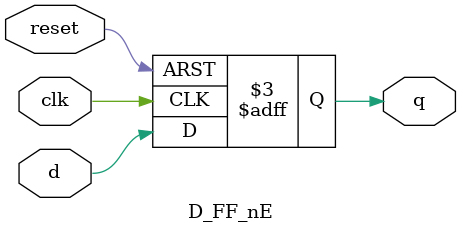
<source format=v>
`timescale 1ns / 1ns

module   D_FF_nE  (q, d, clk, reset);

output reg q;
input  d, clk, reset;


always @(negedge reset or posedge clk)

 // if (reset)
 if (~reset)
    q <= 1'b0;
 else
    q <= d; 

endmodule
</source>
